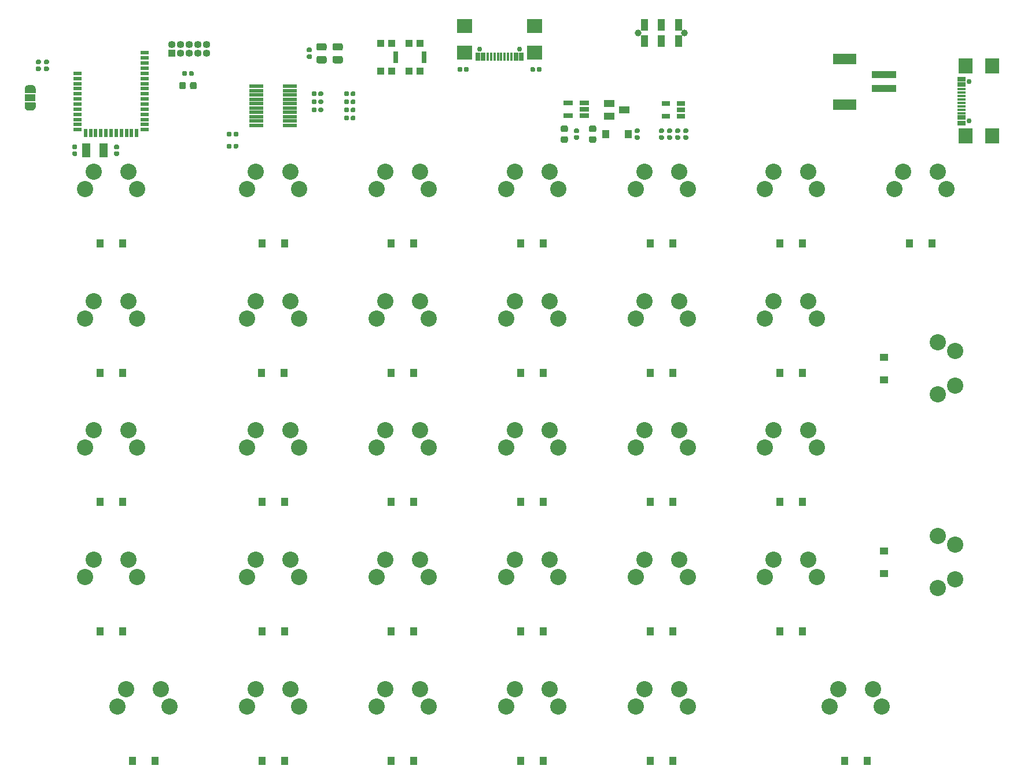
<source format=gbr>
%TF.GenerationSoftware,KiCad,Pcbnew,(5.1.6)-1*%
%TF.CreationDate,2020-06-26T14:35:25+02:00*%
%TF.ProjectId,aW_2,61575f32-2e6b-4696-9361-645f70636258,v1.0*%
%TF.SameCoordinates,Original*%
%TF.FileFunction,Soldermask,Top*%
%TF.FilePolarity,Negative*%
%FSLAX46Y46*%
G04 Gerber Fmt 4.6, Leading zero omitted, Abs format (unit mm)*
G04 Created by KiCad (PCBNEW (5.1.6)-1) date 2020-06-26 14:35:25*
%MOMM*%
%LPD*%
G01*
G04 APERTURE LIST*
%ADD10C,2.386000*%
%ADD11C,1.000000*%
%ADD12R,1.100000X1.700000*%
%ADD13O,1.100000X1.100000*%
%ADD14R,1.100000X1.100000*%
%ADD15R,0.650000X1.800000*%
%ADD16R,1.100000X1.000000*%
%ADD17R,1.000000X1.300000*%
%ADD18R,1.300000X1.000000*%
%ADD19R,3.500000X1.600000*%
%ADD20R,3.600000X1.100000*%
%ADD21C,0.750000*%
%ADD22R,2.100000X2.280000*%
%ADD23R,1.250000X0.400000*%
%ADD24R,1.250000X0.700000*%
%ADD25R,2.280000X2.100000*%
%ADD26R,0.400000X1.250000*%
%ADD27R,0.700000X1.250000*%
%ADD28R,1.600000X1.100000*%
%ADD29C,0.100000*%
%ADD30R,1.500000X1.100000*%
%ADD31R,1.450000X0.700000*%
%ADD32R,1.160000X0.750000*%
%ADD33R,2.070000X0.510000*%
%ADD34R,0.600000X1.300000*%
%ADD35R,1.300000X0.600000*%
%ADD36R,1.200000X2.000000*%
G04 APERTURE END LIST*
D10*
%TO.C,K33*%
X196792822Y-129241454D03*
X198062822Y-131781454D03*
X191712822Y-129241454D03*
X190442822Y-131781454D03*
%TD*%
%TO.C,K3*%
X130473422Y-53447854D03*
X131743422Y-55987854D03*
X125393422Y-53447854D03*
X124123422Y-55987854D03*
%TD*%
%TO.C,K13*%
X187318622Y-72396254D03*
X188588622Y-74936254D03*
X182238622Y-72396254D03*
X180968622Y-74936254D03*
%TD*%
%TO.C,K7*%
X206267022Y-53447854D03*
X207537022Y-55987854D03*
X201187022Y-53447854D03*
X199917022Y-55987854D03*
%TD*%
%TO.C,K12*%
X168370222Y-72396254D03*
X169640222Y-74936254D03*
X163290222Y-72396254D03*
X162020222Y-74936254D03*
%TD*%
%TO.C,K4*%
X149421822Y-53447854D03*
X150691822Y-55987854D03*
X144341822Y-53447854D03*
X143071822Y-55987854D03*
%TD*%
%TO.C,K16*%
X111525022Y-91344654D03*
X112795022Y-93884654D03*
X106445022Y-91344654D03*
X105175022Y-93884654D03*
%TD*%
%TO.C,K17*%
X130473422Y-91344654D03*
X131743422Y-93884654D03*
X125393422Y-91344654D03*
X124123422Y-93884654D03*
%TD*%
%TO.C,K20*%
X187318622Y-91344654D03*
X188588622Y-93884654D03*
X182238622Y-91344654D03*
X180968622Y-93884654D03*
%TD*%
%TO.C,K5*%
X168370222Y-53447854D03*
X169640222Y-55987854D03*
X163290222Y-53447854D03*
X162020222Y-55987854D03*
%TD*%
%TO.C,K11*%
X149421822Y-72396254D03*
X150691822Y-74936254D03*
X144341822Y-72396254D03*
X143071822Y-74936254D03*
%TD*%
%TO.C,K19*%
X168370222Y-91344654D03*
X169640222Y-93884654D03*
X163290222Y-91344654D03*
X162020222Y-93884654D03*
%TD*%
%TO.C,K18*%
X149421822Y-91344654D03*
X150691822Y-93884654D03*
X144341822Y-91344654D03*
X143071822Y-93884654D03*
%TD*%
%TO.C,K6*%
X187318622Y-53447854D03*
X188588622Y-55987854D03*
X182238622Y-53447854D03*
X180968622Y-55987854D03*
%TD*%
%TO.C,K9*%
X111525022Y-72396254D03*
X112795022Y-74936254D03*
X106445022Y-72396254D03*
X105175022Y-74936254D03*
%TD*%
%TO.C,K10*%
X130473422Y-72396254D03*
X131743422Y-74936254D03*
X125393422Y-72396254D03*
X124123422Y-74936254D03*
%TD*%
%TO.C,K2*%
X111525022Y-53447854D03*
X112795022Y-55987854D03*
X106445022Y-53447854D03*
X105175022Y-55987854D03*
%TD*%
%TO.C,K28*%
X92576622Y-129241454D03*
X93846622Y-131781454D03*
X87496622Y-129241454D03*
X86226622Y-131781454D03*
%TD*%
%TO.C,K30*%
X130473422Y-129241454D03*
X131743422Y-131781454D03*
X125393422Y-129241454D03*
X124123422Y-131781454D03*
%TD*%
%TO.C,K23*%
X111525022Y-110293054D03*
X112795022Y-112833054D03*
X106445022Y-110293054D03*
X105175022Y-112833054D03*
%TD*%
%TO.C,K32*%
X168370222Y-129241454D03*
X169640222Y-131781454D03*
X163290222Y-129241454D03*
X162020222Y-131781454D03*
%TD*%
%TO.C,K27*%
X187318622Y-110293054D03*
X188588622Y-112833054D03*
X182238622Y-110293054D03*
X180968622Y-112833054D03*
%TD*%
%TO.C,K25*%
X149421822Y-110293054D03*
X150691822Y-112833054D03*
X144341822Y-110293054D03*
X143071822Y-112833054D03*
%TD*%
%TO.C,K29*%
X111525022Y-129241454D03*
X112795022Y-131781454D03*
X106445022Y-129241454D03*
X105175022Y-131781454D03*
%TD*%
%TO.C,K26*%
X168370222Y-110293054D03*
X169640222Y-112833054D03*
X163290222Y-110293054D03*
X162020222Y-112833054D03*
%TD*%
%TO.C,K24*%
X130473422Y-110293054D03*
X131743422Y-112833054D03*
X125393422Y-110293054D03*
X124123422Y-112833054D03*
%TD*%
%TO.C,K31*%
X149421822Y-129241454D03*
X150691822Y-131781454D03*
X144341822Y-129241454D03*
X143071822Y-131781454D03*
%TD*%
%TO.C,K14*%
X208807022Y-79673354D03*
X206267022Y-78403354D03*
X208807022Y-84753354D03*
X206267022Y-86023354D03*
%TD*%
%TO.C,K8*%
X82759522Y-72396254D03*
X81489522Y-74936254D03*
X87839522Y-72396254D03*
X89109522Y-74936254D03*
%TD*%
%TO.C,K21*%
X208807022Y-108095954D03*
X206267022Y-106825954D03*
X208807022Y-113175954D03*
X206267022Y-114445954D03*
%TD*%
%TO.C,K22*%
X82759522Y-110293054D03*
X81489522Y-112833054D03*
X87839522Y-110293054D03*
X89109522Y-112833054D03*
%TD*%
%TO.C,K1*%
X82759522Y-53447854D03*
X81489522Y-55987854D03*
X87839522Y-53447854D03*
X89109522Y-55987854D03*
%TD*%
%TO.C,K15*%
X82759522Y-91344654D03*
X81489522Y-93884654D03*
X87839522Y-91344654D03*
X89109522Y-93884654D03*
%TD*%
D11*
%TO.C,S1*%
X162398640Y-33159728D03*
X169198640Y-33159728D03*
D12*
X163298640Y-31959728D03*
X165798640Y-31959728D03*
X168298640Y-31959728D03*
X163298640Y-34359728D03*
X165798640Y-34359728D03*
X168298640Y-34359728D03*
%TD*%
D13*
%TO.C,J4*%
X99229942Y-34850418D03*
X99229942Y-36120418D03*
X97959942Y-34850418D03*
X97959942Y-36120418D03*
X96689942Y-34850418D03*
X96689942Y-36120418D03*
X95419942Y-34850418D03*
X95419942Y-36120418D03*
X94149942Y-34850418D03*
D14*
X94149942Y-36120418D03*
%TD*%
D15*
%TO.C,SW2*%
X126958256Y-36712556D03*
D16*
X126333256Y-38762556D03*
X124733256Y-38762556D03*
X124733256Y-34662556D03*
X126333256Y-34662556D03*
%TD*%
%TO.C,R10*%
G36*
G01*
X96378494Y-38883608D02*
X96378494Y-39278608D01*
G75*
G02*
X96205994Y-39451108I-172500J0D01*
G01*
X95860994Y-39451108D01*
G75*
G02*
X95688494Y-39278608I0J172500D01*
G01*
X95688494Y-38883608D01*
G75*
G02*
X95860994Y-38711108I172500J0D01*
G01*
X96205994Y-38711108D01*
G75*
G02*
X96378494Y-38883608I0J-172500D01*
G01*
G37*
G36*
G01*
X97348494Y-38883608D02*
X97348494Y-39278608D01*
G75*
G02*
X97175994Y-39451108I-172500J0D01*
G01*
X96830994Y-39451108D01*
G75*
G02*
X96658494Y-39278608I0J172500D01*
G01*
X96658494Y-38883608D01*
G75*
G02*
X96830994Y-38711108I172500J0D01*
G01*
X97175994Y-38711108D01*
G75*
G02*
X97348494Y-38883608I0J-172500D01*
G01*
G37*
%TD*%
%TO.C,R11*%
G36*
G01*
X103172012Y-48160678D02*
X103172012Y-47765678D01*
G75*
G02*
X103344512Y-47593178I172500J0D01*
G01*
X103689512Y-47593178D01*
G75*
G02*
X103862012Y-47765678I0J-172500D01*
G01*
X103862012Y-48160678D01*
G75*
G02*
X103689512Y-48333178I-172500J0D01*
G01*
X103344512Y-48333178D01*
G75*
G02*
X103172012Y-48160678I0J172500D01*
G01*
G37*
G36*
G01*
X102202012Y-48160678D02*
X102202012Y-47765678D01*
G75*
G02*
X102374512Y-47593178I172500J0D01*
G01*
X102719512Y-47593178D01*
G75*
G02*
X102892012Y-47765678I0J-172500D01*
G01*
X102892012Y-48160678D01*
G75*
G02*
X102719512Y-48333178I-172500J0D01*
G01*
X102374512Y-48333178D01*
G75*
G02*
X102202012Y-48160678I0J172500D01*
G01*
G37*
%TD*%
%TO.C,R14*%
G36*
G01*
X103172012Y-49937092D02*
X103172012Y-49542092D01*
G75*
G02*
X103344512Y-49369592I172500J0D01*
G01*
X103689512Y-49369592D01*
G75*
G02*
X103862012Y-49542092I0J-172500D01*
G01*
X103862012Y-49937092D01*
G75*
G02*
X103689512Y-50109592I-172500J0D01*
G01*
X103344512Y-50109592D01*
G75*
G02*
X103172012Y-49937092I0J172500D01*
G01*
G37*
G36*
G01*
X102202012Y-49937092D02*
X102202012Y-49542092D01*
G75*
G02*
X102374512Y-49369592I172500J0D01*
G01*
X102719512Y-49369592D01*
G75*
G02*
X102892012Y-49542092I0J-172500D01*
G01*
X102892012Y-49937092D01*
G75*
G02*
X102719512Y-50109592I-172500J0D01*
G01*
X102374512Y-50109592D01*
G75*
G02*
X102202012Y-49937092I0J172500D01*
G01*
G37*
%TD*%
D17*
%TO.C,D35*%
X192602822Y-139744568D03*
X195902822Y-139744568D03*
%TD*%
%TO.C,D34*%
X164180222Y-139744568D03*
X167480222Y-139744568D03*
%TD*%
%TO.C,D33*%
X145231822Y-139744568D03*
X148531822Y-139744568D03*
%TD*%
%TO.C,D32*%
X126283422Y-139744568D03*
X129583422Y-139744568D03*
%TD*%
%TO.C,D31*%
X107335022Y-139744568D03*
X110635022Y-139744568D03*
%TD*%
%TO.C,D30*%
X88380272Y-139744568D03*
X91680272Y-139744568D03*
%TD*%
%TO.C,D29*%
X183128622Y-120796152D03*
X186428622Y-120796152D03*
%TD*%
%TO.C,D28*%
X164180222Y-120796152D03*
X167480222Y-120796152D03*
%TD*%
%TO.C,D27*%
X145200224Y-120796152D03*
X148500224Y-120796152D03*
%TD*%
%TO.C,D26*%
X126283422Y-120796152D03*
X129583422Y-120796152D03*
%TD*%
%TO.C,D25*%
X107335022Y-120796152D03*
X110635022Y-120796152D03*
%TD*%
%TO.C,D24*%
X83649522Y-120796152D03*
X86949522Y-120796152D03*
%TD*%
D18*
%TO.C,D23*%
X198366230Y-108985954D03*
X198366230Y-112285954D03*
%TD*%
D17*
%TO.C,D22*%
X183128622Y-101847736D03*
X186428622Y-101847736D03*
%TD*%
%TO.C,D21*%
X164180222Y-101847736D03*
X167480222Y-101847736D03*
%TD*%
%TO.C,D20*%
X145200224Y-101847736D03*
X148500224Y-101847736D03*
%TD*%
%TO.C,D19*%
X126283422Y-101847736D03*
X129583422Y-101847736D03*
%TD*%
%TO.C,D18*%
X107325273Y-101847736D03*
X110625273Y-101847736D03*
%TD*%
%TO.C,D17*%
X83617872Y-101847736D03*
X86917872Y-101847736D03*
%TD*%
D18*
%TO.C,D16*%
X198366230Y-80657182D03*
X198366230Y-83957182D03*
%TD*%
D17*
%TO.C,D15*%
X183128622Y-82899320D03*
X186428622Y-82899320D03*
%TD*%
%TO.C,D14*%
X164148640Y-82899320D03*
X167448640Y-82899320D03*
%TD*%
%TO.C,D13*%
X145200224Y-82899320D03*
X148500224Y-82899320D03*
%TD*%
%TO.C,D12*%
X126251808Y-82899320D03*
X129551808Y-82899320D03*
%TD*%
%TO.C,D11*%
X107303392Y-82899320D03*
X110603392Y-82899320D03*
%TD*%
%TO.C,D10*%
X83617872Y-82899320D03*
X86917872Y-82899320D03*
%TD*%
%TO.C,D9*%
X202077022Y-63950904D03*
X205377022Y-63950904D03*
%TD*%
%TO.C,D8*%
X183128622Y-63950904D03*
X186428622Y-63950904D03*
%TD*%
%TO.C,D7*%
X164180222Y-63950904D03*
X167480222Y-63950904D03*
%TD*%
%TO.C,D6*%
X145231822Y-63950904D03*
X148531822Y-63950904D03*
%TD*%
%TO.C,D5*%
X126251808Y-63950904D03*
X129551808Y-63950904D03*
%TD*%
%TO.C,D4*%
X107335022Y-63950904D03*
X110635022Y-63950904D03*
%TD*%
%TO.C,D3*%
X83649522Y-63950904D03*
X86949522Y-63950904D03*
%TD*%
D19*
%TO.C,BT1*%
X192616230Y-36915384D03*
X192616230Y-43615384D03*
D20*
X198366230Y-39265384D03*
X198366230Y-41265384D03*
%TD*%
%TO.C,C2*%
G36*
G01*
X151306078Y-48263178D02*
X151868578Y-48263178D01*
G75*
G02*
X152112328Y-48506928I0J-243750D01*
G01*
X152112328Y-48994428D01*
G75*
G02*
X151868578Y-49238178I-243750J0D01*
G01*
X151306078Y-49238178D01*
G75*
G02*
X151062328Y-48994428I0J243750D01*
G01*
X151062328Y-48506928D01*
G75*
G02*
X151306078Y-48263178I243750J0D01*
G01*
G37*
G36*
G01*
X151306078Y-46688178D02*
X151868578Y-46688178D01*
G75*
G02*
X152112328Y-46931928I0J-243750D01*
G01*
X152112328Y-47419428D01*
G75*
G02*
X151868578Y-47663178I-243750J0D01*
G01*
X151306078Y-47663178D01*
G75*
G02*
X151062328Y-47419428I0J243750D01*
G01*
X151062328Y-46931928D01*
G75*
G02*
X151306078Y-46688178I243750J0D01*
G01*
G37*
%TD*%
%TO.C,C3*%
G36*
G01*
X155451044Y-48263178D02*
X156013544Y-48263178D01*
G75*
G02*
X156257294Y-48506928I0J-243750D01*
G01*
X156257294Y-48994428D01*
G75*
G02*
X156013544Y-49238178I-243750J0D01*
G01*
X155451044Y-49238178D01*
G75*
G02*
X155207294Y-48994428I0J243750D01*
G01*
X155207294Y-48506928D01*
G75*
G02*
X155451044Y-48263178I243750J0D01*
G01*
G37*
G36*
G01*
X155451044Y-46688178D02*
X156013544Y-46688178D01*
G75*
G02*
X156257294Y-46931928I0J-243750D01*
G01*
X156257294Y-47419428D01*
G75*
G02*
X156013544Y-47663178I-243750J0D01*
G01*
X155451044Y-47663178D01*
G75*
G02*
X155207294Y-47419428I0J243750D01*
G01*
X155207294Y-46931928D01*
G75*
G02*
X155451044Y-46688178I243750J0D01*
G01*
G37*
%TD*%
%TO.C,C4*%
G36*
G01*
X165601140Y-48103178D02*
X165996140Y-48103178D01*
G75*
G02*
X166168640Y-48275678I0J-172500D01*
G01*
X166168640Y-48620678D01*
G75*
G02*
X165996140Y-48793178I-172500J0D01*
G01*
X165601140Y-48793178D01*
G75*
G02*
X165428640Y-48620678I0J172500D01*
G01*
X165428640Y-48275678D01*
G75*
G02*
X165601140Y-48103178I172500J0D01*
G01*
G37*
G36*
G01*
X165601140Y-47133178D02*
X165996140Y-47133178D01*
G75*
G02*
X166168640Y-47305678I0J-172500D01*
G01*
X166168640Y-47650678D01*
G75*
G02*
X165996140Y-47823178I-172500J0D01*
G01*
X165601140Y-47823178D01*
G75*
G02*
X165428640Y-47650678I0J172500D01*
G01*
X165428640Y-47305678D01*
G75*
G02*
X165601140Y-47133178I172500J0D01*
G01*
G37*
%TD*%
%TO.C,C5*%
G36*
G01*
X169153968Y-48103178D02*
X169548968Y-48103178D01*
G75*
G02*
X169721468Y-48275678I0J-172500D01*
G01*
X169721468Y-48620678D01*
G75*
G02*
X169548968Y-48793178I-172500J0D01*
G01*
X169153968Y-48793178D01*
G75*
G02*
X168981468Y-48620678I0J172500D01*
G01*
X168981468Y-48275678D01*
G75*
G02*
X169153968Y-48103178I172500J0D01*
G01*
G37*
G36*
G01*
X169153968Y-47133178D02*
X169548968Y-47133178D01*
G75*
G02*
X169721468Y-47305678I0J-172500D01*
G01*
X169721468Y-47650678D01*
G75*
G02*
X169548968Y-47823178I-172500J0D01*
G01*
X169153968Y-47823178D01*
G75*
G02*
X168981468Y-47650678I0J172500D01*
G01*
X168981468Y-47305678D01*
G75*
G02*
X169153968Y-47133178I172500J0D01*
G01*
G37*
%TD*%
%TO.C,C6*%
G36*
G01*
X115606910Y-44607850D02*
X115606910Y-44212850D01*
G75*
G02*
X115779410Y-44040350I172500J0D01*
G01*
X116124410Y-44040350D01*
G75*
G02*
X116296910Y-44212850I0J-172500D01*
G01*
X116296910Y-44607850D01*
G75*
G02*
X116124410Y-44780350I-172500J0D01*
G01*
X115779410Y-44780350D01*
G75*
G02*
X115606910Y-44607850I0J172500D01*
G01*
G37*
G36*
G01*
X114636910Y-44607850D02*
X114636910Y-44212850D01*
G75*
G02*
X114809410Y-44040350I172500J0D01*
G01*
X115154410Y-44040350D01*
G75*
G02*
X115326910Y-44212850I0J-172500D01*
G01*
X115326910Y-44607850D01*
G75*
G02*
X115154410Y-44780350I-172500J0D01*
G01*
X114809410Y-44780350D01*
G75*
G02*
X114636910Y-44607850I0J172500D01*
G01*
G37*
%TD*%
%TO.C,C7*%
G36*
G01*
X115606910Y-43423574D02*
X115606910Y-43028574D01*
G75*
G02*
X115779410Y-42856074I172500J0D01*
G01*
X116124410Y-42856074D01*
G75*
G02*
X116296910Y-43028574I0J-172500D01*
G01*
X116296910Y-43423574D01*
G75*
G02*
X116124410Y-43596074I-172500J0D01*
G01*
X115779410Y-43596074D01*
G75*
G02*
X115606910Y-43423574I0J172500D01*
G01*
G37*
G36*
G01*
X114636910Y-43423574D02*
X114636910Y-43028574D01*
G75*
G02*
X114809410Y-42856074I172500J0D01*
G01*
X115154410Y-42856074D01*
G75*
G02*
X115326910Y-43028574I0J-172500D01*
G01*
X115326910Y-43423574D01*
G75*
G02*
X115154410Y-43596074I-172500J0D01*
G01*
X114809410Y-43596074D01*
G75*
G02*
X114636910Y-43423574I0J172500D01*
G01*
G37*
%TD*%
%TO.C,C8*%
G36*
G01*
X115606910Y-42239298D02*
X115606910Y-41844298D01*
G75*
G02*
X115779410Y-41671798I172500J0D01*
G01*
X116124410Y-41671798D01*
G75*
G02*
X116296910Y-41844298I0J-172500D01*
G01*
X116296910Y-42239298D01*
G75*
G02*
X116124410Y-42411798I-172500J0D01*
G01*
X115779410Y-42411798D01*
G75*
G02*
X115606910Y-42239298I0J172500D01*
G01*
G37*
G36*
G01*
X114636910Y-42239298D02*
X114636910Y-41844298D01*
G75*
G02*
X114809410Y-41671798I172500J0D01*
G01*
X115154410Y-41671798D01*
G75*
G02*
X115326910Y-41844298I0J-172500D01*
G01*
X115326910Y-42239298D01*
G75*
G02*
X115154410Y-42411798I-172500J0D01*
G01*
X114809410Y-42411798D01*
G75*
G02*
X114636910Y-42239298I0J172500D01*
G01*
G37*
%TD*%
%TO.C,C9*%
G36*
G01*
X120063876Y-44212780D02*
X120063876Y-44607780D01*
G75*
G02*
X119891376Y-44780280I-172500J0D01*
G01*
X119546376Y-44780280D01*
G75*
G02*
X119373876Y-44607780I0J172500D01*
G01*
X119373876Y-44212780D01*
G75*
G02*
X119546376Y-44040280I172500J0D01*
G01*
X119891376Y-44040280D01*
G75*
G02*
X120063876Y-44212780I0J-172500D01*
G01*
G37*
G36*
G01*
X121033876Y-44212780D02*
X121033876Y-44607780D01*
G75*
G02*
X120861376Y-44780280I-172500J0D01*
G01*
X120516376Y-44780280D01*
G75*
G02*
X120343876Y-44607780I0J172500D01*
G01*
X120343876Y-44212780D01*
G75*
G02*
X120516376Y-44040280I172500J0D01*
G01*
X120861376Y-44040280D01*
G75*
G02*
X121033876Y-44212780I0J-172500D01*
G01*
G37*
%TD*%
%TO.C,C10*%
G36*
G01*
X120063876Y-41844232D02*
X120063876Y-42239232D01*
G75*
G02*
X119891376Y-42411732I-172500J0D01*
G01*
X119546376Y-42411732D01*
G75*
G02*
X119373876Y-42239232I0J172500D01*
G01*
X119373876Y-41844232D01*
G75*
G02*
X119546376Y-41671732I172500J0D01*
G01*
X119891376Y-41671732D01*
G75*
G02*
X120063876Y-41844232I0J-172500D01*
G01*
G37*
G36*
G01*
X121033876Y-41844232D02*
X121033876Y-42239232D01*
G75*
G02*
X120861376Y-42411732I-172500J0D01*
G01*
X120516376Y-42411732D01*
G75*
G02*
X120343876Y-42239232I0J172500D01*
G01*
X120343876Y-41844232D01*
G75*
G02*
X120516376Y-41671732I172500J0D01*
G01*
X120861376Y-41671732D01*
G75*
G02*
X121033876Y-41844232I0J-172500D01*
G01*
G37*
%TD*%
%TO.C,C11*%
G36*
G01*
X96218494Y-40576272D02*
X96218494Y-41138772D01*
G75*
G02*
X95974744Y-41382522I-243750J0D01*
G01*
X95487244Y-41382522D01*
G75*
G02*
X95243494Y-41138772I0J243750D01*
G01*
X95243494Y-40576272D01*
G75*
G02*
X95487244Y-40332522I243750J0D01*
G01*
X95974744Y-40332522D01*
G75*
G02*
X96218494Y-40576272I0J-243750D01*
G01*
G37*
G36*
G01*
X97793494Y-40576272D02*
X97793494Y-41138772D01*
G75*
G02*
X97549744Y-41382522I-243750J0D01*
G01*
X97062244Y-41382522D01*
G75*
G02*
X96818494Y-41138772I0J243750D01*
G01*
X96818494Y-40576272D01*
G75*
G02*
X97062244Y-40332522I243750J0D01*
G01*
X97549744Y-40332522D01*
G75*
G02*
X97793494Y-40576272I0J-243750D01*
G01*
G37*
%TD*%
%TO.C,C12*%
G36*
G01*
X79741130Y-50471730D02*
X80136130Y-50471730D01*
G75*
G02*
X80308630Y-50644230I0J-172500D01*
G01*
X80308630Y-50989230D01*
G75*
G02*
X80136130Y-51161730I-172500J0D01*
G01*
X79741130Y-51161730D01*
G75*
G02*
X79568630Y-50989230I0J172500D01*
G01*
X79568630Y-50644230D01*
G75*
G02*
X79741130Y-50471730I172500J0D01*
G01*
G37*
G36*
G01*
X79741130Y-49501730D02*
X80136130Y-49501730D01*
G75*
G02*
X80308630Y-49674230I0J-172500D01*
G01*
X80308630Y-50019230D01*
G75*
G02*
X80136130Y-50191730I-172500J0D01*
G01*
X79741130Y-50191730D01*
G75*
G02*
X79568630Y-50019230I0J172500D01*
G01*
X79568630Y-49674230D01*
G75*
G02*
X79741130Y-49501730I172500J0D01*
G01*
G37*
%TD*%
%TO.C,C13*%
G36*
G01*
X85862666Y-50471730D02*
X86257666Y-50471730D01*
G75*
G02*
X86430166Y-50644230I0J-172500D01*
G01*
X86430166Y-50989230D01*
G75*
G02*
X86257666Y-51161730I-172500J0D01*
G01*
X85862666Y-51161730D01*
G75*
G02*
X85690166Y-50989230I0J172500D01*
G01*
X85690166Y-50644230D01*
G75*
G02*
X85862666Y-50471730I172500J0D01*
G01*
G37*
G36*
G01*
X85862666Y-49501730D02*
X86257666Y-49501730D01*
G75*
G02*
X86430166Y-49674230I0J-172500D01*
G01*
X86430166Y-50019230D01*
G75*
G02*
X86257666Y-50191730I-172500J0D01*
G01*
X85862666Y-50191730D01*
G75*
G02*
X85690166Y-50019230I0J172500D01*
G01*
X85690166Y-49674230D01*
G75*
G02*
X85862666Y-49501730I172500J0D01*
G01*
G37*
%TD*%
D17*
%TO.C,D1*%
X160935122Y-47963178D03*
X157635122Y-47963178D03*
%TD*%
%TO.C,D2*%
G36*
G01*
X118908850Y-35720418D02*
X117946350Y-35720418D01*
G75*
G02*
X117677600Y-35451668I0J268750D01*
G01*
X117677600Y-34914168D01*
G75*
G02*
X117946350Y-34645418I268750J0D01*
G01*
X118908850Y-34645418D01*
G75*
G02*
X119177600Y-34914168I0J-268750D01*
G01*
X119177600Y-35451668D01*
G75*
G02*
X118908850Y-35720418I-268750J0D01*
G01*
G37*
G36*
G01*
X118908850Y-37595418D02*
X117946350Y-37595418D01*
G75*
G02*
X117677600Y-37326668I0J268750D01*
G01*
X117677600Y-36789168D01*
G75*
G02*
X117946350Y-36520418I268750J0D01*
G01*
X118908850Y-36520418D01*
G75*
G02*
X119177600Y-36789168I0J-268750D01*
G01*
X119177600Y-37326668D01*
G75*
G02*
X118908850Y-37595418I-268750J0D01*
G01*
G37*
%TD*%
%TO.C,D36*%
G36*
G01*
X115577798Y-36520418D02*
X116540298Y-36520418D01*
G75*
G02*
X116809048Y-36789168I0J-268750D01*
G01*
X116809048Y-37326668D01*
G75*
G02*
X116540298Y-37595418I-268750J0D01*
G01*
X115577798Y-37595418D01*
G75*
G02*
X115309048Y-37326668I0J268750D01*
G01*
X115309048Y-36789168D01*
G75*
G02*
X115577798Y-36520418I268750J0D01*
G01*
G37*
G36*
G01*
X115577798Y-34645418D02*
X116540298Y-34645418D01*
G75*
G02*
X116809048Y-34914168I0J-268750D01*
G01*
X116809048Y-35451668D01*
G75*
G02*
X116540298Y-35720418I-268750J0D01*
G01*
X115577798Y-35720418D01*
G75*
G02*
X115309048Y-35451668I0J268750D01*
G01*
X115309048Y-34914168D01*
G75*
G02*
X115577798Y-34645418I268750J0D01*
G01*
G37*
%TD*%
D21*
%TO.C,J1*%
X210801128Y-46014352D03*
X210801128Y-40234352D03*
%TD*%
%TO.C,J2*%
X210801128Y-40234352D03*
X210801128Y-46014352D03*
D22*
X214231128Y-38014352D03*
X214231128Y-48234352D03*
X210301128Y-38014352D03*
X210301128Y-48234352D03*
D23*
X209726128Y-42874352D03*
X209726128Y-43374352D03*
X209726128Y-42374352D03*
X209726128Y-43874352D03*
X209726128Y-41874352D03*
X209726128Y-44374352D03*
X209726128Y-41374352D03*
X209726128Y-44874352D03*
D24*
X209726128Y-39924352D03*
X209726128Y-40724352D03*
X209726128Y-45524352D03*
X209726128Y-46324352D03*
%TD*%
D21*
%TO.C,J3*%
X139223120Y-35528280D03*
X145003120Y-35528280D03*
D25*
X137003120Y-32098280D03*
X147223120Y-32098280D03*
X137003120Y-36028280D03*
X147223120Y-36028280D03*
D26*
X141863120Y-36603280D03*
X142363120Y-36603280D03*
X141363120Y-36603280D03*
X142863120Y-36603280D03*
X140863120Y-36603280D03*
X143363120Y-36603280D03*
X140363120Y-36603280D03*
X143863120Y-36603280D03*
D27*
X138913120Y-36603280D03*
X139713120Y-36603280D03*
X144513120Y-36603280D03*
X145313120Y-36603280D03*
%TD*%
D28*
%TO.C,JP1*%
X73425112Y-42633936D03*
D29*
G36*
X74224510Y-43940047D02*
G01*
X74224510Y-43958470D01*
X74224269Y-43963371D01*
X74219459Y-44012202D01*
X74218739Y-44017055D01*
X74209167Y-44065180D01*
X74207975Y-44069941D01*
X74193731Y-44116896D01*
X74192078Y-44121515D01*
X74173301Y-44166848D01*
X74171203Y-44171285D01*
X74148072Y-44214558D01*
X74145550Y-44218765D01*
X74118290Y-44259564D01*
X74115366Y-44263506D01*
X74084238Y-44301435D01*
X74080943Y-44305070D01*
X74046246Y-44339767D01*
X74042611Y-44343062D01*
X74004682Y-44374190D01*
X74000740Y-44377114D01*
X73959941Y-44404374D01*
X73955734Y-44406896D01*
X73912461Y-44430027D01*
X73908024Y-44432125D01*
X73862691Y-44450902D01*
X73858072Y-44452555D01*
X73811117Y-44466799D01*
X73806356Y-44467991D01*
X73758231Y-44477563D01*
X73753378Y-44478283D01*
X73704547Y-44483093D01*
X73699646Y-44483334D01*
X73681223Y-44483334D01*
X73675112Y-44483936D01*
X73175112Y-44483936D01*
X73169001Y-44483334D01*
X73150578Y-44483334D01*
X73145677Y-44483093D01*
X73096846Y-44478283D01*
X73091993Y-44477563D01*
X73043868Y-44467991D01*
X73039107Y-44466799D01*
X72992152Y-44452555D01*
X72987533Y-44450902D01*
X72942200Y-44432125D01*
X72937763Y-44430027D01*
X72894490Y-44406896D01*
X72890283Y-44404374D01*
X72849484Y-44377114D01*
X72845542Y-44374190D01*
X72807613Y-44343062D01*
X72803978Y-44339767D01*
X72769281Y-44305070D01*
X72765986Y-44301435D01*
X72734858Y-44263506D01*
X72731934Y-44259564D01*
X72704674Y-44218765D01*
X72702152Y-44214558D01*
X72679021Y-44171285D01*
X72676923Y-44166848D01*
X72658146Y-44121515D01*
X72656493Y-44116896D01*
X72642249Y-44069941D01*
X72641057Y-44065180D01*
X72631485Y-44017055D01*
X72630765Y-44012202D01*
X72625955Y-43963371D01*
X72625714Y-43958470D01*
X72625714Y-43940047D01*
X72625112Y-43933936D01*
X72625112Y-43383936D01*
X72626073Y-43374181D01*
X72628918Y-43364802D01*
X72633539Y-43356157D01*
X72639757Y-43348581D01*
X72647333Y-43342363D01*
X72655978Y-43337742D01*
X72665357Y-43334897D01*
X72675112Y-43333936D01*
X74175112Y-43333936D01*
X74184867Y-43334897D01*
X74194246Y-43337742D01*
X74202891Y-43342363D01*
X74210467Y-43348581D01*
X74216685Y-43356157D01*
X74221306Y-43364802D01*
X74224151Y-43374181D01*
X74225112Y-43383936D01*
X74225112Y-43933936D01*
X74224510Y-43940047D01*
G37*
G36*
X74224151Y-41893691D02*
G01*
X74221306Y-41903070D01*
X74216685Y-41911715D01*
X74210467Y-41919291D01*
X74202891Y-41925509D01*
X74194246Y-41930130D01*
X74184867Y-41932975D01*
X74175112Y-41933936D01*
X72675112Y-41933936D01*
X72665357Y-41932975D01*
X72655978Y-41930130D01*
X72647333Y-41925509D01*
X72639757Y-41919291D01*
X72633539Y-41911715D01*
X72628918Y-41903070D01*
X72626073Y-41893691D01*
X72625112Y-41883936D01*
X72625112Y-41333936D01*
X72625714Y-41327825D01*
X72625714Y-41309402D01*
X72625955Y-41304501D01*
X72630765Y-41255670D01*
X72631485Y-41250817D01*
X72641057Y-41202692D01*
X72642249Y-41197931D01*
X72656493Y-41150976D01*
X72658146Y-41146357D01*
X72676923Y-41101024D01*
X72679021Y-41096587D01*
X72702152Y-41053314D01*
X72704674Y-41049107D01*
X72731934Y-41008308D01*
X72734858Y-41004366D01*
X72765986Y-40966437D01*
X72769281Y-40962802D01*
X72803978Y-40928105D01*
X72807613Y-40924810D01*
X72845542Y-40893682D01*
X72849484Y-40890758D01*
X72890283Y-40863498D01*
X72894490Y-40860976D01*
X72937763Y-40837845D01*
X72942200Y-40835747D01*
X72987533Y-40816970D01*
X72992152Y-40815317D01*
X73039107Y-40801073D01*
X73043868Y-40799881D01*
X73091993Y-40790309D01*
X73096846Y-40789589D01*
X73145677Y-40784779D01*
X73150578Y-40784538D01*
X73169001Y-40784538D01*
X73175112Y-40783936D01*
X73675112Y-40783936D01*
X73681223Y-40784538D01*
X73699646Y-40784538D01*
X73704547Y-40784779D01*
X73753378Y-40789589D01*
X73758231Y-40790309D01*
X73806356Y-40799881D01*
X73811117Y-40801073D01*
X73858072Y-40815317D01*
X73862691Y-40816970D01*
X73908024Y-40835747D01*
X73912461Y-40837845D01*
X73955734Y-40860976D01*
X73959941Y-40863498D01*
X74000740Y-40890758D01*
X74004682Y-40893682D01*
X74042611Y-40924810D01*
X74046246Y-40928105D01*
X74080943Y-40962802D01*
X74084238Y-40966437D01*
X74115366Y-41004366D01*
X74118290Y-41008308D01*
X74145550Y-41049107D01*
X74148072Y-41053314D01*
X74171203Y-41096587D01*
X74173301Y-41101024D01*
X74192078Y-41146357D01*
X74193731Y-41150976D01*
X74207975Y-41197931D01*
X74209167Y-41202692D01*
X74218739Y-41250817D01*
X74219459Y-41255670D01*
X74224269Y-41304501D01*
X74224510Y-41309402D01*
X74224510Y-41327825D01*
X74225112Y-41333936D01*
X74225112Y-41883936D01*
X74224151Y-41893691D01*
G37*
%TD*%
D30*
%TO.C,Q1*%
X158185122Y-43460350D03*
X158185122Y-45360350D03*
X160385122Y-44410350D03*
%TD*%
%TO.C,R2*%
G36*
G01*
X162048312Y-48103178D02*
X162443312Y-48103178D01*
G75*
G02*
X162615812Y-48275678I0J-172500D01*
G01*
X162615812Y-48620678D01*
G75*
G02*
X162443312Y-48793178I-172500J0D01*
G01*
X162048312Y-48793178D01*
G75*
G02*
X161875812Y-48620678I0J172500D01*
G01*
X161875812Y-48275678D01*
G75*
G02*
X162048312Y-48103178I172500J0D01*
G01*
G37*
G36*
G01*
X162048312Y-47133178D02*
X162443312Y-47133178D01*
G75*
G02*
X162615812Y-47305678I0J-172500D01*
G01*
X162615812Y-47650678D01*
G75*
G02*
X162443312Y-47823178I-172500J0D01*
G01*
X162048312Y-47823178D01*
G75*
G02*
X161875812Y-47650678I0J172500D01*
G01*
X161875812Y-47305678D01*
G75*
G02*
X162048312Y-47133178I172500J0D01*
G01*
G37*
%TD*%
%TO.C,R3*%
G36*
G01*
X153561242Y-47823178D02*
X153166242Y-47823178D01*
G75*
G02*
X152993742Y-47650678I0J172500D01*
G01*
X152993742Y-47305678D01*
G75*
G02*
X153166242Y-47133178I172500J0D01*
G01*
X153561242Y-47133178D01*
G75*
G02*
X153733742Y-47305678I0J-172500D01*
G01*
X153733742Y-47650678D01*
G75*
G02*
X153561242Y-47823178I-172500J0D01*
G01*
G37*
G36*
G01*
X153561242Y-48793178D02*
X153166242Y-48793178D01*
G75*
G02*
X152993742Y-48620678I0J172500D01*
G01*
X152993742Y-48275678D01*
G75*
G02*
X153166242Y-48103178I172500J0D01*
G01*
X153561242Y-48103178D01*
G75*
G02*
X153733742Y-48275678I0J-172500D01*
G01*
X153733742Y-48620678D01*
G75*
G02*
X153561242Y-48793178I-172500J0D01*
G01*
G37*
%TD*%
%TO.C,R4*%
G36*
G01*
X147582362Y-38686470D02*
X147582362Y-38291470D01*
G75*
G02*
X147754862Y-38118970I172500J0D01*
G01*
X148099862Y-38118970D01*
G75*
G02*
X148272362Y-38291470I0J-172500D01*
G01*
X148272362Y-38686470D01*
G75*
G02*
X148099862Y-38858970I-172500J0D01*
G01*
X147754862Y-38858970D01*
G75*
G02*
X147582362Y-38686470I0J172500D01*
G01*
G37*
G36*
G01*
X146612362Y-38686470D02*
X146612362Y-38291470D01*
G75*
G02*
X146784862Y-38118970I172500J0D01*
G01*
X147129862Y-38118970D01*
G75*
G02*
X147302362Y-38291470I0J-172500D01*
G01*
X147302362Y-38686470D01*
G75*
G02*
X147129862Y-38858970I-172500J0D01*
G01*
X146784862Y-38858970D01*
G75*
G02*
X146612362Y-38686470I0J172500D01*
G01*
G37*
%TD*%
%TO.C,R5*%
G36*
G01*
X136923878Y-38686470D02*
X136923878Y-38291470D01*
G75*
G02*
X137096378Y-38118970I172500J0D01*
G01*
X137441378Y-38118970D01*
G75*
G02*
X137613878Y-38291470I0J-172500D01*
G01*
X137613878Y-38686470D01*
G75*
G02*
X137441378Y-38858970I-172500J0D01*
G01*
X137096378Y-38858970D01*
G75*
G02*
X136923878Y-38686470I0J172500D01*
G01*
G37*
G36*
G01*
X135953878Y-38686470D02*
X135953878Y-38291470D01*
G75*
G02*
X136126378Y-38118970I172500J0D01*
G01*
X136471378Y-38118970D01*
G75*
G02*
X136643878Y-38291470I0J-172500D01*
G01*
X136643878Y-38686470D01*
G75*
G02*
X136471378Y-38858970I-172500J0D01*
G01*
X136126378Y-38858970D01*
G75*
G02*
X135953878Y-38686470I0J172500D01*
G01*
G37*
%TD*%
%TO.C,R6*%
G36*
G01*
X167180416Y-47823178D02*
X166785416Y-47823178D01*
G75*
G02*
X166612916Y-47650678I0J172500D01*
G01*
X166612916Y-47305678D01*
G75*
G02*
X166785416Y-47133178I172500J0D01*
G01*
X167180416Y-47133178D01*
G75*
G02*
X167352916Y-47305678I0J-172500D01*
G01*
X167352916Y-47650678D01*
G75*
G02*
X167180416Y-47823178I-172500J0D01*
G01*
G37*
G36*
G01*
X167180416Y-48793178D02*
X166785416Y-48793178D01*
G75*
G02*
X166612916Y-48620678I0J172500D01*
G01*
X166612916Y-48275678D01*
G75*
G02*
X166785416Y-48103178I172500J0D01*
G01*
X167180416Y-48103178D01*
G75*
G02*
X167352916Y-48275678I0J-172500D01*
G01*
X167352916Y-48620678D01*
G75*
G02*
X167180416Y-48793178I-172500J0D01*
G01*
G37*
%TD*%
%TO.C,R7*%
G36*
G01*
X167969692Y-48103178D02*
X168364692Y-48103178D01*
G75*
G02*
X168537192Y-48275678I0J-172500D01*
G01*
X168537192Y-48620678D01*
G75*
G02*
X168364692Y-48793178I-172500J0D01*
G01*
X167969692Y-48793178D01*
G75*
G02*
X167797192Y-48620678I0J172500D01*
G01*
X167797192Y-48275678D01*
G75*
G02*
X167969692Y-48103178I172500J0D01*
G01*
G37*
G36*
G01*
X167969692Y-47133178D02*
X168364692Y-47133178D01*
G75*
G02*
X168537192Y-47305678I0J-172500D01*
G01*
X168537192Y-47650678D01*
G75*
G02*
X168364692Y-47823178I-172500J0D01*
G01*
X167969692Y-47823178D01*
G75*
G02*
X167797192Y-47650678I0J172500D01*
G01*
X167797192Y-47305678D01*
G75*
G02*
X167969692Y-47133178I172500J0D01*
G01*
G37*
%TD*%
%TO.C,R8*%
G36*
G01*
X120344014Y-43423574D02*
X120344014Y-43028574D01*
G75*
G02*
X120516514Y-42856074I172500J0D01*
G01*
X120861514Y-42856074D01*
G75*
G02*
X121034014Y-43028574I0J-172500D01*
G01*
X121034014Y-43423574D01*
G75*
G02*
X120861514Y-43596074I-172500J0D01*
G01*
X120516514Y-43596074D01*
G75*
G02*
X120344014Y-43423574I0J172500D01*
G01*
G37*
G36*
G01*
X119374014Y-43423574D02*
X119374014Y-43028574D01*
G75*
G02*
X119546514Y-42856074I172500J0D01*
G01*
X119891514Y-42856074D01*
G75*
G02*
X120064014Y-43028574I0J-172500D01*
G01*
X120064014Y-43423574D01*
G75*
G02*
X119891514Y-43596074I-172500J0D01*
G01*
X119546514Y-43596074D01*
G75*
G02*
X119374014Y-43423574I0J172500D01*
G01*
G37*
%TD*%
%TO.C,R9*%
G36*
G01*
X120344014Y-45792126D02*
X120344014Y-45397126D01*
G75*
G02*
X120516514Y-45224626I172500J0D01*
G01*
X120861514Y-45224626D01*
G75*
G02*
X121034014Y-45397126I0J-172500D01*
G01*
X121034014Y-45792126D01*
G75*
G02*
X120861514Y-45964626I-172500J0D01*
G01*
X120516514Y-45964626D01*
G75*
G02*
X120344014Y-45792126I0J172500D01*
G01*
G37*
G36*
G01*
X119374014Y-45792126D02*
X119374014Y-45397126D01*
G75*
G02*
X119546514Y-45224626I172500J0D01*
G01*
X119891514Y-45224626D01*
G75*
G02*
X120064014Y-45397126I0J-172500D01*
G01*
X120064014Y-45792126D01*
G75*
G02*
X119891514Y-45964626I-172500J0D01*
G01*
X119546514Y-45964626D01*
G75*
G02*
X119374014Y-45792126I0J172500D01*
G01*
G37*
%TD*%
%TO.C,R12*%
G36*
G01*
X75991164Y-37756832D02*
X75596164Y-37756832D01*
G75*
G02*
X75423664Y-37584332I0J172500D01*
G01*
X75423664Y-37239332D01*
G75*
G02*
X75596164Y-37066832I172500J0D01*
G01*
X75991164Y-37066832D01*
G75*
G02*
X76163664Y-37239332I0J-172500D01*
G01*
X76163664Y-37584332D01*
G75*
G02*
X75991164Y-37756832I-172500J0D01*
G01*
G37*
G36*
G01*
X75991164Y-38726832D02*
X75596164Y-38726832D01*
G75*
G02*
X75423664Y-38554332I0J172500D01*
G01*
X75423664Y-38209332D01*
G75*
G02*
X75596164Y-38036832I172500J0D01*
G01*
X75991164Y-38036832D01*
G75*
G02*
X76163664Y-38209332I0J-172500D01*
G01*
X76163664Y-38554332D01*
G75*
G02*
X75991164Y-38726832I-172500J0D01*
G01*
G37*
%TD*%
%TO.C,R13*%
G36*
G01*
X74806888Y-37756832D02*
X74411888Y-37756832D01*
G75*
G02*
X74239388Y-37584332I0J172500D01*
G01*
X74239388Y-37239332D01*
G75*
G02*
X74411888Y-37066832I172500J0D01*
G01*
X74806888Y-37066832D01*
G75*
G02*
X74979388Y-37239332I0J-172500D01*
G01*
X74979388Y-37584332D01*
G75*
G02*
X74806888Y-37756832I-172500J0D01*
G01*
G37*
G36*
G01*
X74806888Y-38726832D02*
X74411888Y-38726832D01*
G75*
G02*
X74239388Y-38554332I0J172500D01*
G01*
X74239388Y-38209332D01*
G75*
G02*
X74411888Y-38036832I172500J0D01*
G01*
X74806888Y-38036832D01*
G75*
G02*
X74979388Y-38209332I0J-172500D01*
G01*
X74979388Y-38554332D01*
G75*
G02*
X74806888Y-38726832I-172500J0D01*
G01*
G37*
%TD*%
%TO.C,R15*%
G36*
G01*
X114480134Y-35980418D02*
X114085134Y-35980418D01*
G75*
G02*
X113912634Y-35807918I0J172500D01*
G01*
X113912634Y-35462918D01*
G75*
G02*
X114085134Y-35290418I172500J0D01*
G01*
X114480134Y-35290418D01*
G75*
G02*
X114652634Y-35462918I0J-172500D01*
G01*
X114652634Y-35807918D01*
G75*
G02*
X114480134Y-35980418I-172500J0D01*
G01*
G37*
G36*
G01*
X114480134Y-36950418D02*
X114085134Y-36950418D01*
G75*
G02*
X113912634Y-36777918I0J172500D01*
G01*
X113912634Y-36432918D01*
G75*
G02*
X114085134Y-36260418I172500J0D01*
G01*
X114480134Y-36260418D01*
G75*
G02*
X114652634Y-36432918I0J-172500D01*
G01*
X114652634Y-36777918D01*
G75*
G02*
X114480134Y-36950418I-172500J0D01*
G01*
G37*
%TD*%
D15*
%TO.C,SW1*%
X131103222Y-36712556D03*
D16*
X130478222Y-38762556D03*
X128878222Y-38762556D03*
X128878222Y-34662556D03*
X130478222Y-34662556D03*
%TD*%
D31*
%TO.C,U1*%
X152178742Y-45284062D03*
X152178742Y-43384062D03*
X154548742Y-43384062D03*
X154548742Y-44334062D03*
X154548742Y-45284062D03*
%TD*%
D32*
%TO.C,U3*%
X166475054Y-45360350D03*
X166475054Y-43460350D03*
X168675054Y-43460350D03*
X168675054Y-44410350D03*
X168675054Y-45360350D03*
%TD*%
D33*
%TO.C,U4*%
X111423392Y-40960712D03*
X111423392Y-41595712D03*
X111423392Y-42230712D03*
X111423392Y-42865712D03*
X111423392Y-43500712D03*
X111423392Y-44135712D03*
X111423392Y-44770712D03*
X111423392Y-45405712D03*
X111423392Y-46040712D03*
X111423392Y-46675712D03*
X106483392Y-46675712D03*
X106483392Y-46040712D03*
X106483392Y-45405712D03*
X106483392Y-44770712D03*
X106483392Y-44135712D03*
X106483392Y-43500712D03*
X106483392Y-42865712D03*
X106483392Y-42230712D03*
X106483392Y-41595712D03*
X106483392Y-40960712D03*
%TD*%
D34*
%TO.C,U5*%
X81517872Y-47757522D03*
X85267872Y-47757522D03*
X86017872Y-47757522D03*
X84517872Y-47757522D03*
X83767872Y-47757522D03*
X87517872Y-47757522D03*
X86767872Y-47757522D03*
X88267872Y-47757522D03*
X89017872Y-47757522D03*
X82267872Y-47757522D03*
X83017872Y-47757522D03*
D35*
X80367872Y-39057522D03*
X80367872Y-39807522D03*
X80367872Y-43557522D03*
X80367872Y-44307522D03*
X80367872Y-42807522D03*
X80367872Y-42057522D03*
X80367872Y-45807522D03*
X80367872Y-45057522D03*
X80367872Y-46557522D03*
X80367872Y-47307522D03*
X80367872Y-40557522D03*
X80367872Y-41307522D03*
X90167872Y-43557522D03*
X90167872Y-44307522D03*
X90167872Y-42807522D03*
X90167872Y-42057522D03*
X90167872Y-45807522D03*
X90167872Y-45057522D03*
X90167872Y-46557522D03*
X90167872Y-47307522D03*
X90167872Y-39807522D03*
X90167872Y-39057522D03*
X90167872Y-40557522D03*
X90167872Y-41307522D03*
X90167872Y-37557522D03*
X90167872Y-38307522D03*
X90167872Y-36807522D03*
X90167872Y-36057522D03*
%TD*%
D36*
%TO.C,Y1*%
X84149320Y-50331730D03*
X81649320Y-50331730D03*
%TD*%
M02*

</source>
